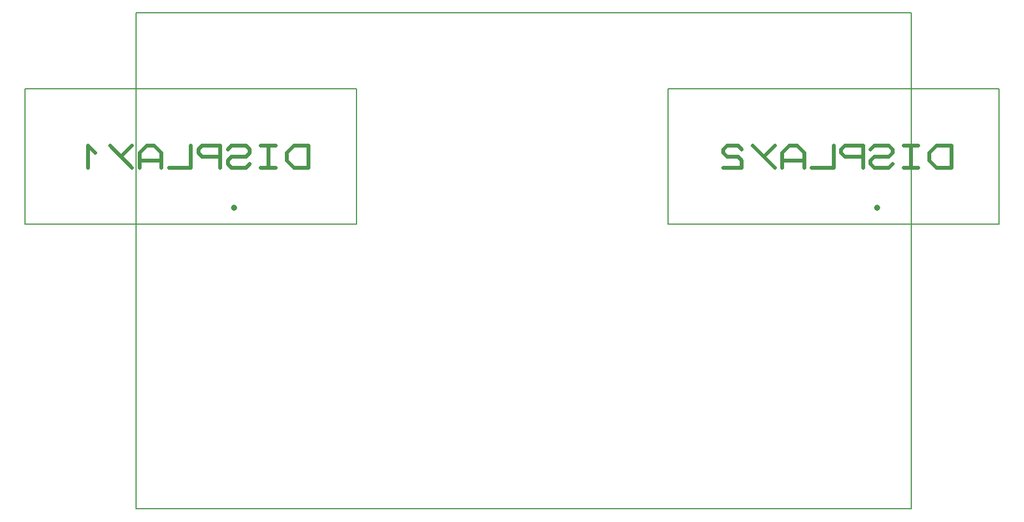
<source format=gbr>
G04 PROTEUS GERBER X2 FILE*
%TF.GenerationSoftware,Labcenter,Proteus,8.9-SP0-Build27865*%
%TF.CreationDate,2021-05-25T18:16:11+00:00*%
%TF.FileFunction,AssemblyDrawing,Bot*%
%TF.FilePolarity,Positive*%
%TF.Part,Single*%
%TF.SameCoordinates,{8c929804-3c0d-4c6f-a7b4-99d41835b1df}*%
%FSLAX45Y45*%
%MOMM*%
G01*
%TA.AperFunction,Material*%
%ADD71C,0.203200*%
%ADD35C,0.914400*%
%ADD36C,0.561140*%
%TA.AperFunction,Profile*%
%ADD18C,0.203200*%
%TD.AperFunction*%
D71*
X-12930504Y+3973944D02*
X-7880184Y+3973944D01*
X-7880184Y+6044264D01*
X-12930504Y+6044264D01*
X-12930504Y+3973944D01*
D35*
X-9745344Y+4234104D02*
X-9745344Y+4234104D01*
D36*
X-8609680Y+4840760D02*
X-8609680Y+5177447D01*
X-8834138Y+5177447D01*
X-8946367Y+5065218D01*
X-8946367Y+4952989D01*
X-8834138Y+4840760D01*
X-8609680Y+4840760D01*
X-9114710Y+5177447D02*
X-9339168Y+5177447D01*
X-9226939Y+5177447D02*
X-9226939Y+4840760D01*
X-9114710Y+4840760D02*
X-9339168Y+4840760D01*
X-9507512Y+4896874D02*
X-9563626Y+4840760D01*
X-9788084Y+4840760D01*
X-9844199Y+4896874D01*
X-9844199Y+4952989D01*
X-9788084Y+5009104D01*
X-9563626Y+5009104D01*
X-9507512Y+5065218D01*
X-9507512Y+5121333D01*
X-9563626Y+5177447D01*
X-9788084Y+5177447D01*
X-9844199Y+5121333D01*
X-9956428Y+4840760D02*
X-9956428Y+5177447D01*
X-10237000Y+5177447D01*
X-10293115Y+5121333D01*
X-10293115Y+5065218D01*
X-10237000Y+5009104D01*
X-9956428Y+5009104D01*
X-10405344Y+5177447D02*
X-10405344Y+4840760D01*
X-10742031Y+4840760D01*
X-10854260Y+4840760D02*
X-10854260Y+5065218D01*
X-10966489Y+5177447D01*
X-11078718Y+5177447D01*
X-11190947Y+5065218D01*
X-11190947Y+4840760D01*
X-10854260Y+4952989D02*
X-11190947Y+4952989D01*
X-11639863Y+5177447D02*
X-11303176Y+4840760D01*
X-11303176Y+5177447D02*
X-11471519Y+5009104D01*
X-11864321Y+5065218D02*
X-11976550Y+5177447D01*
X-11976550Y+4840760D01*
D71*
X-3130504Y+3973944D02*
X+1919816Y+3973944D01*
X+1919816Y+6044264D01*
X-3130504Y+6044264D01*
X-3130504Y+3973944D01*
D35*
X+54656Y+4234104D02*
X+54656Y+4234104D01*
D36*
X+1190320Y+4840760D02*
X+1190320Y+5177447D01*
X+965862Y+5177447D01*
X+853633Y+5065218D01*
X+853633Y+4952989D01*
X+965862Y+4840760D01*
X+1190320Y+4840760D01*
X+685290Y+5177447D02*
X+460832Y+5177447D01*
X+573061Y+5177447D02*
X+573061Y+4840760D01*
X+685290Y+4840760D02*
X+460832Y+4840760D01*
X+292488Y+4896874D02*
X+236374Y+4840760D01*
X+11916Y+4840760D01*
X-44199Y+4896874D01*
X-44199Y+4952989D01*
X+11916Y+5009104D01*
X+236374Y+5009104D01*
X+292488Y+5065218D01*
X+292488Y+5121333D01*
X+236374Y+5177447D01*
X+11916Y+5177447D01*
X-44199Y+5121333D01*
X-156428Y+4840760D02*
X-156428Y+5177447D01*
X-437000Y+5177447D01*
X-493115Y+5121333D01*
X-493115Y+5065218D01*
X-437000Y+5009104D01*
X-156428Y+5009104D01*
X-605344Y+5177447D02*
X-605344Y+4840760D01*
X-942031Y+4840760D01*
X-1054260Y+4840760D02*
X-1054260Y+5065218D01*
X-1166489Y+5177447D01*
X-1278718Y+5177447D01*
X-1390947Y+5065218D01*
X-1390947Y+4840760D01*
X-1054260Y+4952989D02*
X-1390947Y+4952989D01*
X-1839863Y+5177447D02*
X-1503176Y+4840760D01*
X-1503176Y+5177447D02*
X-1671519Y+5009104D01*
X-2008206Y+5121333D02*
X-2064321Y+5177447D01*
X-2232664Y+5177447D01*
X-2288779Y+5121333D01*
X-2288779Y+5065218D01*
X-2232664Y+5009104D01*
X-2064321Y+5009104D01*
X-2008206Y+4952989D01*
X-2008206Y+4840760D01*
X-2288779Y+4840760D01*
D18*
X-11240344Y-370596D02*
X+579656Y-370596D01*
X+579656Y+7199404D01*
X-11240344Y+7199404D01*
X-11240344Y-370596D01*
M02*

</source>
